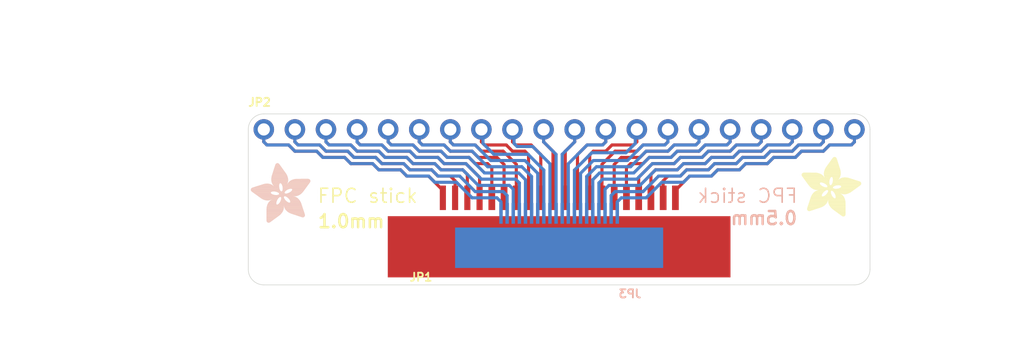
<source format=kicad_pcb>
(kicad_pcb (version 20221018) (generator pcbnew)
  (layers (0 "F.Cu" signal) (31 "B.Cu" signal) (34 "B.Paste" user) (35 "F.Paste" user) (36 "B.SilkS" user "B.Silkscreen") (37 "F.SilkS" user "F.Silkscreen") (38 "B.Mask" user) (39 "F.Mask" user) (44 "Edge.Cuts" user))
  (net 0 "")
  (net 1 "N$1")
  (net 2 "N$2")
  (net 3 "N$3")
  (net 4 "N$4")
  (net 5 "N$5")
  (net 6 "N$6")
  (net 7 "N$7")
  (net 8 "N$8")
  (net 9 "N$9")
  (net 10 "N$10")
  (net 11 "N$11")
  (net 12 "N$12")
  (net 13 "N$13")
  (net 14 "N$14")
  (net 15 "N$15")
  (net 16 "N$16")
  (net 17 "N$17")
  (net 18 "N$18")
  (net 19 "N$19")
  (net 20 "N$20")
  (footprint "working:1X20_ROUND" (layer "F.Cu") (at 148.5011 99.2886)
    (fp_text reference "JP2" (at -25.4762 -1.8288) (layer "F.SilkS") (effects (font (size 0.666496 0.666496) (thickness 0.146304)) (justify left bottom)))
    (fp_text value "")
    (pad "1" thru_hole circle (at -24.13 0 90) (size 1.6764 1.6764) (drill 1) (layers "*.Cu" "*.Mask") (net 1 "N$1"))
    (pad "2" thru_hole circle (at -21.59 0 90) (size 1.6764 1.6764) (drill 1) (layers "*.Cu" "*.Mask") (net 2 "N$2"))
    (pad "3" thru_hole circle (at -19.05 0 90) (size 1.6764 1.6764) (drill 1) (layers "*.Cu" "*.Mask") (net 3 "N$3"))
    (pad "4" thru_hole circle (at -16.51 0 90) (size 1.6764 1.6764) (drill 1) (layers "*.Cu" "*.Mask") (net 4 "N$4"))
    (pad "5" thru_hole circle (at -13.97 0 90) (size 1.6764 1.6764) (drill 1) (layers "*.Cu" "*.Mask") (net 5 "N$5"))
    (pad "6" thru_hole circle (at -11.43 0 90) (size 1.6764 1.6764) (drill 1) (layers "*.Cu" "*.Mask") (net 6 "N$6"))
    (pad "7" thru_hole circle (at -8.89 0 90) (size 1.6764 1.6764) (drill 1) (layers "*.Cu" "*.Mask") (net 7 "N$7"))
    (pad "8" thru_hole circle (at -6.35 0 90) (size 1.6764 1.6764) (drill 1) (layers "*.Cu" "*.Mask") (net 8 "N$8"))
    (pad "9" thru_hole circle (at -3.81 0 90) (size 1.6764 1.6764) (drill 1) (layers "*.Cu" "*.Mask") (net 9 "N$9"))
    (pad "10" thru_hole circle (at -1.27 0 90) (size 1.6764 1.6764) (drill 1) (layers "*.Cu" "*.Mask") (net 10 "N$10"))
    (pad "11" thru_hole circle (at 1.27 0 90) (size 1.6764 1.6764) (drill 1) (layers "*.Cu" "*.Mask") (net 11 "N$11"))
    (pad "12" thru_hole circle (at 3.81 0 90) (size 1.6764 1.6764) (drill 1) (layers "*.Cu" "*.Mask") (net 12 "N$12"))
    (pad "13" thru_hole circle (at 6.35 0 90) (size 1.6764 1.6764) (drill 1) (layers "*.Cu" "*.Mask") (net 13 "N$13"))
    (pad "14" thru_hole circle (at 8.89 0 90) (size 1.6764 1.6764) (drill 1) (layers "*.Cu" "*.Mask") (net 14 "N$14"))
    (pad "15" thru_hole circle (at 11.43 0 90) (size 1.6764 1.6764) (drill 1) (layers "*.Cu" "*.Mask") (net 15 "N$15"))
    (pad "16" thru_hole circle (at 13.97 0 90) (size 1.6764 1.6764) (drill 1) (layers "*.Cu" "*.Mask") (net 16 "N$16"))
    (pad "17" thru_hole circle (at 16.51 0 90) (size 1.6764 1.6764) (drill 1) (layers "*.Cu" "*.Mask") (net 17 "N$17"))
    (pad "18" thru_hole circle (at 19.05 0 90) (size 1.6764 1.6764) (drill 1) (layers "*.Cu" "*.Mask") (net 18 "N$18"))
    (pad "19" thru_hole circle (at 21.59 0 90) (size 1.6764 1.6764) (drill 1) (layers "*.Cu" "*.Mask") (net 19 "N$19"))
    (pad "20" thru_hole circle (at 24.13 0 90) (size 1.6764 1.6764) (drill 1) (layers "*.Cu" "*.Mask") (net 20 "N$20"))
  )
  (footprint "working:FPC_GENERIC_1.0MM_20PIN" (layer "F.Cu") (at 148.5011 104.8766)
    (fp_text reference "JP1" (at -12.286 6.873) (layer "F.SilkS") (effects (font (size 0.666496 0.666496) (thickness 0.146304)) (justify left bottom)))
    (fp_text value "")
    (pad "P$1" smd rect (at -9.5 0) (size 0.5 2) (layers "F.Cu" "F.Paste" "F.Mask") (net 1 "N$1"))
    (pad "P$2" smd rect (at -8.5 0) (size 0.5 2) (layers "F.Cu" "F.Paste" "F.Mask") (net 2 "N$2"))
    (pad "P$3" smd rect (at -7.5 0) (size 0.5 2) (layers "F.Cu" "F.Paste" "F.Mask") (net 3 "N$3"))
    (pad "P$4" smd rect (at -6.5 0) (size 0.5 2) (layers "F.Cu" "F.Paste" "F.Mask") (net 4 "N$4"))
    (pad "P$5" smd rect (at -5.5 0) (size 0.55 2) (layers "F.Cu" "F.Paste" "F.Mask") (net 5 "N$5"))
    (pad "P$6" smd rect (at -4.5 0) (size 0.55 2) (layers "F.Cu" "F.Paste" "F.Mask") (net 6 "N$6"))
    (pad "P$7" smd rect (at -3.5 0) (size 0.55 2) (layers "F.Cu" "F.Paste" "F.Mask") (net 7 "N$7"))
    (pad "P$8" smd rect (at -2.5 0) (size 0.55 2) (layers "F.Cu" "F.Paste" "F.Mask") (net 8 "N$8"))
    (pad "P$9" smd rect (at -1.5 0) (size 0.55 2) (layers "F.Cu" "F.Paste" "F.Mask") (net 9 "N$9"))
    (pad "P$10" smd rect (at -0.5 0) (size 0.55 2) (layers "F.Cu" "F.Paste" "F.Mask") (net 10 "N$10"))
    (pad "P$11" smd rect (at 0.5 0) (size 0.55 2) (layers "F.Cu" "F.Paste" "F.Mask") (net 11 "N$11"))
    (pad "P$12" smd rect (at 1.5 0) (size 0.55 2) (layers "F.Cu" "F.Paste" "F.Mask") (net 12 "N$12"))
    (pad "P$13" smd rect (at 2.5 0) (size 0.55 2) (layers "F.Cu" "F.Paste" "F.Mask") (net 13 "N$13"))
    (pad "P$14" smd rect (at 3.5 0) (size 0.55 2) (layers "F.Cu" "F.Paste" "F.Mask") (net 14 "N$14"))
    (pad "P$15" smd rect (at 4.5 0) (size 0.55 2) (layers "F.Cu" "F.Paste" "F.Mask") (net 15 "N$15"))
    (pad "P$16" smd rect (at 5.5 0) (size 0.55 2) (layers "F.Cu" "F.Paste" "F.Mask") (net 16 "N$16"))
    (pad "P$17" smd rect (at 6.5 0) (size 0.55 2) (layers "F.Cu" "F.Paste" "F.Mask") (net 17 "N$17"))
    (pad "P$18" smd rect (at 7.5 0) (size 0.55 2) (layers "F.Cu" "F.Paste" "F.Mask") (net 18 "N$18"))
    (pad "P$19" smd rect (at 8.5 0) (size 0.55 2) (layers "F.Cu" "F.Paste" "F.Mask") (net 19 "N$19"))
    (pad "P$20" smd rect (at 9.5 0) (size 0.55 2) (layers "F.Cu" "F.Paste" "F.Mask") (net 20 "N$20"))
    (pad "SUPPORT" smd rect (at 0 4) (size 28 5) (layers "F.Cu" "F.Paste" "F.Mask"))
  )
  (footprint "" (layer "F.Cu") (at 125.6411 109.4486)
    (fp_text reference "@HOLE0" hide)
    (fp_text value "" (at 0 0) (layer "F.SilkS") (effects (font (size 1.27 1.27))))
    (pad "" np_thru_hole circle (at 0 0) (size 3.2 3.2) (drill 3.2) (layers "*.Cu" "*.Mask"))
  )
  (footprint "working:ADAFRUIT_5MM" (layer "F.Cu") (at 168.3131 106.4006)
    (fp_text reference "U$2" hide)
    (fp_text value "" hide)
  )
  (footprint "" (layer "F.Cu") (at 171.3611 109.4486)
    (fp_text reference "@HOLE1" hide)
    (fp_text value "" (at 0 0) (layer "F.SilkS") (effects (font (size 1.27 1.27))))
    (pad "" np_thru_hole circle (at 0 0) (size 3.2 3.2) (drill 3.2) (layers "*.Cu" "*.Mask"))
  )
  (footprint "working:FPC_GENERIC_0.5MM_20PIN" (layer "B.Cu") (at 148.5011 109.9566 180)
    (fp_text reference "JP3" (at -4.786 -2.373) (layer "B.SilkS") (effects (font (size 0.666496 0.666496) (thickness 0.146304)) (justify right top mirror)))
    (fp_text value "")
    (pad "P$1" smd rect (at 4.75 3.81) (size 0.28 1.7) (layers "B.Cu" "B.Paste" "B.Mask") (net 1 "N$1"))
    (pad "P$2" smd rect (at 4.25 3.81) (size 0.28 1.7) (layers "B.Cu" "B.Paste" "B.Mask") (net 2 "N$2"))
    (pad "P$3" smd rect (at 3.75 3.81) (size 0.28 1.7) (layers "B.Cu" "B.Paste" "B.Mask") (net 3 "N$3"))
    (pad "P$4" smd rect (at 3.25 3.81) (size 0.28 1.7) (layers "B.Cu" "B.Paste" "B.Mask") (net 4 "N$4"))
    (pad "P$5" smd rect (at 2.75 3.81) (size 0.28 1.7) (layers "B.Cu" "B.Paste" "B.Mask") (net 5 "N$5"))
    (pad "P$6" smd rect (at 2.25 3.81) (size 0.28 1.7) (layers "B.Cu" "B.Paste" "B.Mask") (net 6 "N$6"))
    (pad "P$7" smd rect (at 1.75 3.81) (size 0.28 1.7) (layers "B.Cu" "B.Paste" "B.Mask") (net 7 "N$7"))
    (pad "P$8" smd rect (at 1.25 3.81) (size 0.28 1.7) (layers "B.Cu" "B.Paste" "B.Mask") (net 8 "N$8"))
    (pad "P$9" smd rect (at 0.75 3.81) (size 0.28 1.7) (layers "B.Cu" "B.Paste" "B.Mask") (net 9 "N$9"))
    (pad "P$10" smd rect (at 0.25 3.81) (size 0.28 1.7) (layers "B.Cu" "B.Paste" "B.Mask") (net 10 "N$10"))
    (pad "P$11" smd rect (at -0.25 3.81) (size 0.28 1.7) (layers "B.Cu" "B.Paste" "B.Mask") (net 11 "N$11"))
    (pad "P$12" smd rect (at -0.75 3.81) (size 0.28 1.7) (layers "B.Cu" "B.Paste" "B.Mask") (net 12 "N$12"))
    (pad "P$13" smd rect (at -1.25 3.81) (size 0.28 1.7) (layers "B.Cu" "B.Paste" "B.Mask") (net 13 "N$13"))
    (pad "P$14" smd rect (at -1.75 3.81) (size 0.28 1.7) (layers "B.Cu" "B.Paste" "B.Mask") (net 14 "N$14"))
    (pad "P$15" smd rect (at -2.25 3.81) (size 0.28 1.7) (layers "B.Cu" "B.Paste" "B.Mask") (net 15 "N$15"))
    (pad "P$16" smd rect (at -2.75 3.81) (size 0.28 1.7) (layers "B.Cu" "B.Paste" "B.Mask") (net 16 "N$16"))
    (pad "P$17" smd rect (at -3.25 3.81) (size 0.28 1.7) (layers "B.Cu" "B.Paste" "B.Mask") (net 17 "N$17"))
    (pad "P$18" smd rect (at -3.75 3.81) (size 0.28 1.7) (layers "B.Cu" "B.Paste" "B.Mask") (net 18 "N$18"))
    (pad "P$19" smd rect (at -4.25 3.81) (size 0.28 1.7) (layers "B.Cu" "B.Paste" "B.Mask") (net 19 "N$19"))
    (pad "P$20" smd rect (at -4.75 3.81) (size 0.28 1.7) (layers "B.Cu" "B.Paste" "B.Mask") (net 20 "N$20"))
    (pad "SUPPORT" smd rect (at 0 1) (size 17 3.3) (layers "B.Cu" "B.Paste" "B.Mask"))
  )
  (footprint "working:ADAFRUIT_5MM" (layer "B.Cu") (at 128.1811 106.9086 180)
    (fp_text reference "U$3" hide)
    (fp_text value "" hide)
  )
  (gr_arc (start 123.1011 99.2886) (mid 123.473074 98.390574) (end 124.3711 98.0186) (stroke (width 0.05)) (layer "Edge.Cuts"))
  (gr_line (start 123.1011 99.2886) (end 123.1011 110.7186) (stroke (width 0.05)) (layer "Edge.Cuts"))
  (gr_arc (start 124.3711 111.9886) (mid 123.473074 111.616626) (end 123.1011 110.7186) (stroke (width 0.05)) (layer "Edge.Cuts"))
  (gr_line (start 173.9011 110.7186) (end 173.9011 99.2886) (stroke (width 0.05)) (layer "Edge.Cuts"))
  (gr_line (start 172.6311 98.0186) (end 124.3711 98.0186) (stroke (width 0.05)) (layer "Edge.Cuts"))
  (gr_line (start 124.3711 111.9886) (end 172.6311 111.9886) (stroke (width 0.05)) (layer "Edge.Cuts"))
  (gr_arc (start 173.9011 110.7186) (mid 173.529126 111.616626) (end 172.6311 111.9886) (stroke (width 0.05)) (layer "Edge.Cuts"))
  (gr_arc (start 172.6311 98.0186) (mid 173.529126 98.390574) (end 173.9011 99.2886) (stroke (width 0.05)) (layer "Edge.Cuts"))
  (gr_text "0.5mm" (at 168.0591 107.1626) (layer "B.SilkS") (effects (font (size 1.0668 1.0668) (thickness 0.2032)) (justify left bottom mirror)))
  (gr_text "FPC stick" (at 168.0591 105.3846) (layer "B.SilkS") (effects (font (size 1.143 1.143) (thickness 0.127)) (justify left bottom mirror)))
  (gr_text "1.0mm" (at 128.6891 107.4166) (layer "F.SilkS") (effects (font (size 1.0668 1.0668) (thickness 0.2032)) (justify left bottom)))
  (gr_text "FPC stick" (at 128.6891 105.3846) (layer "F.SilkS") (effects (font (size 1.143 1.143) (thickness 0.127)) (justify left bottom)))
  (segment (start 133.7691 102.5906) (end 133.2611 102.0826) (width 0.254) (layer "F.Cu") (net 1))
  (segment (start 137.8331 103.0986) (end 136.0551 103.0986) (width 0.254) (layer "F.Cu") (net 1))
  (segment (start 136.0551 103.0986) (end 135.5471 102.5906) (width 0.254) (layer "F.Cu") (net 1))
  (segment (start 124.6251 100.5586) (end 124.3711 100.3046) (width 0.254) (layer "F.Cu") (net 1))
  (segment (start 124.3711 100.3046) (end 124.3711 99.2886) (width 0.254) (layer "F.Cu") (net 1))
  (segment (start 130.9751 101.5746) (end 129.1971 101.5746) (width 0.254) (layer "F.Cu") (net 1))
  (segment (start 139.0011 104.8766) (end 139.0011 104.2666) (width 0.254) (layer "F.Cu") (net 1))
  (segment (start 129.1971 101.5746) (end 128.6891 101.0666) (width 0.254) (layer "F.Cu") (net 1))
  (segment (start 126.9111 101.0666) (end 126.4031 100.5586) (width 0.254) (layer "F.Cu") (net 1))
  (segment (start 139.0011 104.2666) (end 137.8331 103.0986) (width 0.254) (layer "F.Cu") (net 1))
  (segment (start 135.5471 102.5906) (end 133.7691 102.5906) (width 0.254) (layer "F.Cu") (net 1))
  (segment (start 133.2611 102.0826) (end 131.4831 102.0826) (width 0.254) (layer "F.Cu") (net 1))
  (segment (start 128.6891 101.0666) (end 126.9111 101.0666) (width 0.254) (layer "F.Cu") (net 1))
  (segment (start 131.4831 102.0826) (end 130.9751 101.5746) (width 0.254) (layer "F.Cu") (net 1))
  (segment (start 126.4031 100.5586) (end 124.6251 100.5586) (width 0.254) (layer "F.Cu") (net 1))
  (segment (start 130.9751 101.5746) (end 129.1971 101.5746) (width 0.254) (layer "B.Cu") (net 1))
  (segment (start 124.3711 100.3046) (end 124.3711 99.2886) (width 0.254) (layer "B.Cu") (net 1))
  (segment (start 124.6251 100.5586) (end 124.3711 100.3046) (width 0.254) (layer "B.Cu") (net 1))
  (segment (start 143.7511 105.2066) (end 143.4211 104.8766) (width 0.254) (layer "B.Cu") (net 1))
  (segment (start 135.5471 102.5906) (end 133.7691 102.5906) (width 0.254) (layer "B.Cu") (net 1))
  (segment (start 129.1971 101.5746) (end 128.6891 101.0666) (width 0.254) (layer "B.Cu") (net 1))
  (segment (start 143.7511 106.1466) (end 143.7511 105.2066) (width 0.254) (layer "B.Cu") (net 1))
  (segment (start 143.4211 104.8766) (end 141.3891 104.8766) (width 0.254) (layer "B.Cu") (net 1))
  (segment (start 140.1191 103.6066) (end 138.3411 103.6066) (width 0.254) (layer "B.Cu") (net 1))
  (segment (start 126.9111 101.0666) (end 126.4031 100.5586) (width 0.254) (layer "B.Cu") (net 1))
  (segment (start 131.4831 102.0826) (end 130.9751 101.5746) (width 0.254) (layer "B.Cu") (net 1))
  (segment (start 137.8331 103.0986) (end 136.0551 103.0986) (width 0.254) (layer "B.Cu") (net 1))
  (segment (start 138.3411 103.6066) (end 137.8331 103.0986) (width 0.254) (layer "B.Cu") (net 1))
  (segment (start 141.3891 104.8766) (end 140.1191 103.6066) (width 0.254) (layer "B.Cu") (net 1))
  (segment (start 136.0551 103.0986) (end 135.5471 102.5906) (width 0.254) (layer "B.Cu") (net 1))
  (segment (start 126.4031 100.5586) (end 124.6251 100.5586) (width 0.254) (layer "B.Cu") (net 1))
  (segment (start 133.2611 102.0826) (end 131.4831 102.0826) (width 0.254) (layer "B.Cu") (net 1))
  (segment (start 128.6891 101.0666) (end 126.9111 101.0666) (width 0.254) (layer "B.Cu") (net 1))
  (segment (start 133.7691 102.5906) (end 133.2611 102.0826) (width 0.254) (layer "B.Cu") (net 1))
  (segment (start 129.4511 101.0666) (end 128.9431 100.5586) (width 0.254) (layer "F.Cu") (net 2))
  (segment (start 131.2291 101.0666) (end 129.4511 101.0666) (width 0.254) (layer "F.Cu") (net 2))
  (segment (start 138.0871 102.5906) (end 136.3091 102.5906) (width 0.254) (layer "F.Cu") (net 2))
  (segment (start 133.5151 101.5746) (end 131.7371 101.5746) (width 0.254) (layer "F.Cu") (net 2))
  (segment (start 134.0231 102.0826) (end 133.5151 101.5746) (width 0.254) (layer "F.Cu") (net 2))
  (segment (start 138.5951 103.0986) (end 138.0871 102.5906) (width 0.254) (layer "F.Cu") (net 2))
  (segment (start 135.8011 102.0826) (end 134.0231 102.0826) (width 0.254) (layer "F.Cu") (net 2))
  (segment (start 128.9431 100.5586) (end 127.1651 100.5586) (width 0.254) (layer "F.Cu") (net 2))
  (segment (start 136.3091 102.5906) (end 135.8011 102.0826) (width 0.254) (layer "F.Cu") (net 2))
  (segment (start 127.1651 100.5586) (end 126.9111 100.3046) (width 0.254) (layer "F.Cu") (net 2))
  (segment (start 140.0011 103.4886) (end 139.6111 103.0986) (width 0.254) (layer "F.Cu") (net 2))
  (segment (start 139.6111 103.0986) (end 138.5951 103.0986) (width 0.254) (layer "F.Cu") (net 2))
  (segment (start 131.7371 101.5746) (end 131.2291 101.0666) (width 0.254) (layer "F.Cu") (net 2))
  (segment (start 140.0011 104.8766) (end 140.0011 103.4886) (width 0.254) (layer "F.Cu") (net 2))
  (segment (start 126.9111 100.3046) (end 126.9111 99.2886) (width 0.254) (layer "F.Cu") (net 2))
  (segment (start 127.1651 100.5586) (end 126.9111 100.3046) (width 0.254) (layer "B.Cu") (net 2))
  (segment (start 129.4511 101.0666) (end 128.9431 100.5586) (width 0.254) (layer "B.Cu") (net 2))
  (segment (start 144.2511 106.1466) (end 144.2511 104.6906) (width 0.254) (layer "B.Cu") (net 2))
  (segment (start 144.2511 104.6906) (end 143.9291 104.3686) (width 0.254) (layer "B.Cu") (net 2))
  (segment (start 131.7371 101.5746) (end 131.2291 101.0666) (width 0.254) (layer "B.Cu") (net 2))
  (segment (start 138.5951 103.0986) (end 138.0871 102.5906) (width 0.254) (layer "B.Cu") (net 2))
  (segment (start 136.3091 102.5906) (end 135.8011 102.0826) (width 0.254) (layer "B.Cu") (net 2))
  (segment (start 128.9431 100.5586) (end 127.1651 100.5586) (width 0.254) (layer "B.Cu") (net 2))
  (segment (start 138.0871 102.5906) (end 136.3091 102.5906) (width 0.254) (layer "B.Cu") (net 2))
  (segment (start 126.9111 100.3046) (end 126.9111 99.2886) (width 0.254) (layer "B.Cu") (net 2))
  (segment (start 135.8011 102.0826) (end 134.0231 102.0826) (width 0.254) (layer "B.Cu") (net 2))
  (segment (start 141.6431 104.3686) (end 140.3731 103.0986) (width 0.254) (layer "B.Cu") (net 2))
  (segment (start 131.2291 101.0666) (end 129.4511 101.0666) (width 0.254) (layer "B.Cu") (net 2))
  (segment (start 140.3731 103.0986) (end 138.5951 103.0986) (width 0.254) (layer "B.Cu") (net 2))
  (segment (start 133.5151 101.5746) (end 131.7371 101.5746) (width 0.254) (layer "B.Cu") (net 2))
  (segment (start 143.9291 104.3686) (end 141.6431 104.3686) (width 0.254) (layer "B.Cu") (net 2))
  (segment (start 134.0231 102.0826) (end 133.5151 101.5746) (width 0.254) (layer "B.Cu") (net 2))
  (segment (start 141.0011 102.9646) (end 140.6271 102.5906) (width 0.254) (layer "F.Cu") (net 3))
  (segment (start 136.5631 102.0826) (end 136.0551 101.5746) (width 0.254) (layer "F.Cu") (net 3))
  (segment (start 134.2771 101.5746) (end 133.7691 101.0666) (width 0.254) (layer "F.Cu") (net 3))
  (segment (start 138.8491 102.5906) (end 138.3411 102.0826) (width 0.254) (layer "F.Cu") (net 3))
  (segment (start 140.6271 102.5906) (end 138.8491 102.5906) (width 0.254) (layer "F.Cu") (net 3))
  (segment (start 136.0551 101.5746) (end 134.2771 101.5746) (width 0.254) (layer "F.Cu") (net 3))
  (segment (start 129.4511 100.3046) (end 129.4511 99.2886) (width 0.254) (layer "F.Cu") (net 3))
  (segment (start 133.7691 101.0666) (end 131.9911 101.0666) (width 0.254) (layer "F.Cu") (net 3))
  (segment (start 129.7051 100.5586) (end 129.4511 100.3046) (width 0.254) (layer "F.Cu") (net 3))
  (segment (start 141.0011 104.8766) (end 141.0011 102.9646) (width 0.254) (layer "F.Cu") (net 3))
  (segment (start 131.4831 100.5586) (end 129.7051 100.5586) (width 0.254) (layer "F.Cu") (net 3))
  (segment (start 131.9911 101.0666) (end 131.4831 100.5586) (width 0.254) (layer "F.Cu") (net 3))
  (segment (start 138.3411 102.0826) (end 136.5631 102.0826) (width 0.254) (layer "F.Cu") (net 3))
  (segment (start 138.3411 102.0826) (end 136.5631 102.0826) (width 0.254) (layer "B.Cu") (net 3))
  (segment (start 129.7051 100.5586) (end 129.4511 100.3046) (width 0.254) (layer "B.Cu") (net 3))
  (segment (start 131.9911 101.0666) (end 131.4831 100.5586) (width 0.254) (layer "B.Cu") (net 3))
  (segment (start 129.4511 100.3046) (end 129.4511 99.2886) (width 0.254) (layer "B.Cu") (net 3))
  (segment (start 131.4831 100.5586) (end 129.7051 100.5586) (width 0.254) (layer "B.Cu") (net 3))
  (segment (start 140.6271 102.5906) (end 138.8491 102.5906) (width 0.254) (layer "B.Cu") (net 3))
  (segment (start 136.5631 102.0826) (end 136.0551 101.5746) (width 0.254) (layer "B.Cu") (net 3))
  (segment (start 144.7511 106.1466) (end 144.7511 104.1746) (width 0.254) (layer "B.Cu") (net 3))
  (segment (start 138.8491 102.5906) (end 138.3411 102.0826) (width 0.254) (layer "B.Cu") (net 3))
  (segment (start 134.2771 101.5746) (end 133.7691 101.0666) (width 0.254) (layer "B.Cu") (net 3))
  (segment (start 141.8971 103.8606) (end 140.6271 102.5906) (width 0.254) (layer "B.Cu") (net 3))
  (segment (start 144.4371 103.8606) (end 141.8971 103.8606) (width 0.254) (layer "B.Cu") (net 3))
  (segment (start 144.7511 104.1746) (end 144.4371 103.8606) (width 0.254) (layer "B.Cu") (net 3))
  (segment (start 133.7691 101.0666) (end 131.9911 101.0666) (width 0.254) (layer "B.Cu") (net 3))
  (segment (start 136.0551 101.5746) (end 134.2771 101.5746) (width 0.254) (layer "B.Cu") (net 3))
  (segment (start 134.0231 100.5586) (end 132.2451 100.5586) (width 0.254) (layer "F.Cu") (net 4))
  (segment (start 142.0011 104.8766) (end 142.0011 103.2026) (width 0.254) (layer "F.Cu") (net 4))
  (segment (start 136.3091 101.0666) (end 134.5311 101.0666) (width 0.254) (layer "F.Cu") (net 4))
  (segment (start 139.1031 102.0826) (end 138.5951 101.5746) (width 0.254) (layer "F.Cu") (net 4))
  (segment (start 138.5951 101.5746) (end 136.8171 101.5746) (width 0.254) (layer "F.Cu") (net 4))
  (segment (start 140.8811 102.0826) (end 139.1031 102.0826) (width 0.254) (layer "F.Cu") (net 4))
  (segment (start 131.9911 100.3046) (end 131.9911 99.2886) (width 0.254) (layer "F.Cu") (net 4))
  (segment (start 142.0011 103.2026) (end 140.8811 102.0826) (width 0.254) (layer "F.Cu") (net 4))
  (segment (start 136.8171 101.5746) (end 136.3091 101.0666) (width 0.254) (layer "F.Cu") (net 4))
  (segment (start 132.2451 100.5586) (end 131.9911 100.3046) (width 0.254) (layer "F.Cu") (net 4))
  (segment (start 134.5311 101.0666) (end 134.0231 100.5586) (width 0.254) (layer "F.Cu") (net 4))
  (segment (start 139.1031 102.0826) (end 138.5951 101.5746) (width 0.254) (layer "B.Cu") (net 4))
  (segment (start 142.1511 103.3526) (end 140.8811 102.0826) (width 0.254) (layer "B.Cu") (net 4))
  (segment (start 136.3091 101.0666) (end 134.5311 101.0666) (width 0.254) (layer "B.Cu") (net 4))
  (segment (start 134.0231 100.5586) (end 132.2451 100.5586) (width 0.254) (layer "B.Cu") (net 4))
  (segment (start 144.9451 103.3526) (end 142.1511 103.3526) (width 0.254) (layer "B.Cu") (net 4))
  (segment (start 145.2511 103.6586) (end 144.9451 103.3526) (width 0.254) (layer "B.Cu") (net 4))
  (segment (start 145.2511 106.1466) (end 145.2511 103.6586) (width 0.254) (layer "B.Cu") (net 4))
  (segment (start 138.5951 101.5746) (end 136.8171 101.5746) (width 0.254) (layer "B.Cu") (net 4))
  (segment (start 140.8811 102.0826) (end 139.1031 102.0826) (width 0.254) (layer "B.Cu") (net 4))
  (segment (start 131.9911 100.3046) (end 131.9911 99.2886) (width 0.254) (layer "B.Cu") (net 4))
  (segment (start 134.5311 101.0666) (end 134.0231 100.5586) (width 0.254) (layer "B.Cu") (net 4))
  (segment (start 132.2451 100.5586) (end 131.9911 100.3046) (width 0.254) (layer "B.Cu") (net 4))
  (segment (start 136.8171 101.5746) (end 136.3091 101.0666) (width 0.254) (layer "B.Cu") (net 4))
  (segment (start 139.3571 101.5746) (end 138.8491 101.0666) (width 0.254) (layer "F.Cu") (net 5))
  (segment (start 136.5631 100.5586) (end 134.7851 100.5586) (width 0.254) (layer "F.Cu") (net 5))
  (segment (start 138.8491 101.0666) (end 137.0711 101.0666) (width 0.254) (layer "F.Cu") (net 5))
  (segment (start 141.6431 102.0826) (end 141.1351 101.5746) (width 0.254) (layer "F.Cu") (net 5))
  (segment (start 143.0011 104.8766) (end 143.0011 102.4246) (width 0.254) (layer "F.Cu") (net 5))
  (segment (start 142.6591 102.0826) (end 141.6431 102.0826) (width 0.254) (layer "F.Cu") (net 5))
  (segment (start 134.7851 100.5586) (end 134.5311 100.3046) (width 0.254) (layer "F.Cu") (net 5))
  (segment (start 134.5311 100.3046) (end 134.5311 99.2886) (width 0.254) (layer "F.Cu") (net 5))
  (segment (start 137.0711 101.0666) (end 136.5631 100.5586) (width 0.254) (layer "F.Cu") (net 5))
  (segment (start 141.1351 101.5746) (end 139.3571 101.5746) (width 0.254) (layer "F.Cu") (net 5))
  (segment (start 143.0011 102.4246) (end 142.6591 102.0826) (width 0.254) (layer "F.Cu") (net 5))
  (segment (start 139.3571 101.5746) (end 138.8491 101.0666) (width 0.254) (layer "B.Cu") (net 5))
  (segment (start 138.8491 101.0666) (end 137.0711 101.0666) (width 0.254) (layer "B.Cu") (net 5))
  (segment (start 145.7511 106.1466) (end 145.7511 103.3966) (width 0.254) (layer "B.Cu") (net 5))
  (segment (start 145.7511 103.3966) (end 145.1991 102.8446) (width 0.254) (layer "B.Cu") (net 5))
  (segment (start 141.1351 101.5746) (end 139.3571 101.5746) (width 0.254) (layer "B.Cu") (net 5))
  (segment (start 134.7851 100.5586) (end 134.5311 100.3046) (width 0.254) (layer "B.Cu") (net 5))
  (segment (start 134.5311 100.3046) (end 134.5311 99.2886) (width 0.254) (layer "B.Cu") (net 5))
  (segment (start 145.1991 102.8446) (end 142.4051 102.8446) (width 0.254) (layer "B.Cu") (net 5))
  (segment (start 142.4051 102.8446) (end 141.1351 101.5746) (width 0.254) (layer "B.Cu") (net 5))
  (segment (start 137.0711 101.0666) (end 136.5631 100.5586) (width 0.254) (layer "B.Cu") (net 5))
  (segment (start 136.5631 100.5586) (end 134.7851 100.5586) (width 0.254) (layer "B.Cu") (net 5))
  (segment (start 143.4211 101.5746) (end 141.8971 101.5746) (width 0.254) (layer "F.Cu") (net 6))
  (segment (start 137.3251 100.5586) (end 137.0711 100.3046) (width 0.254) (layer "F.Cu") (net 6))
  (segment (start 144.0011 102.1546) (end 143.4211 101.5746) (width 0.254) (layer "F.Cu") (net 6))
  (segment (start 139.1031 100.5586) (end 137.3251 100.5586) (width 0.254) (layer "F.Cu") (net 6))
  (segment (start 141.3891 101.0666) (end 139.6111 101.0666) (width 0.254) (layer "F.Cu") (net 6))
  (segment (start 141.8971 101.5746) (end 141.3891 101.0666) (width 0.254) (layer "F.Cu") (net 6))
  (segment (start 137.0711 100.3046) (end 137.0711 99.2886) (width 0.254) (layer "F.Cu") (net 6))
  (segment (start 144.0011 104.8766) (end 144.0011 102.1546) (width 0.254) (layer "F.Cu") (net 6))
  (segment (start 139.6111 101.0666) (end 139.1031 100.5586) (width 0.254) (layer "F.Cu") (net 6))
  (segment (start 139.6111 101.0666) (end 139.1031 100.5586) (width 0.254) (layer "B.Cu") (net 6))
  (segment (start 139.1031 100.5586) (end 137.3251 100.5586) (width 0.254) (layer "B.Cu") (net 6))
  (segment (start 137.0711 100.3046) (end 137.0711 99.2886) (width 0.254) (layer "B.Cu") (net 6))
  (segment (start 146.2511 106.1466) (end 146.2511 103.1346) (width 0.254) (layer "B.Cu") (net 6))
  (segment (start 146.2511 103.1346) (end 145.4531 102.3366) (width 0.254) (layer "B.Cu") (net 6))
  (segment (start 145.4531 102.3366) (end 142.6591 102.3366) (width 0.254) (layer "B.Cu") (net 6))
  (segment (start 142.6591 102.3366) (end 141.3891 101.0666) (width 0.254) (layer "B.Cu") (net 6))
  (segment (start 141.3891 101.0666) (end 139.6111 101.0666) (width 0.254) (layer "B.Cu") (net 6))
  (segment (start 137.3251 100.5586) (end 137.0711 100.3046) (width 0.254) (layer "B.Cu") (net 6))
  (segment (start 145.0011 104.8766) (end 145.0011 102.1386) (width 0.254) (layer "F.Cu") (net 7))
  (segment (start 142.1511 101.0666) (end 141.6431 100.5586) (width 0.254) (layer "F.Cu") (net 7))
  (segment (start 139.6111 100.3046) (end 139.6111 99.2886) (width 0.254) (layer "F.Cu") (net 7))
  (segment (start 141.6431 100.5586) (end 139.8651 100.5586) (width 0.254) (layer "F.Cu") (net 7))
  (segment (start 139.8651 100.5586) (end 139.6111 100.3046) (width 0.254) (layer "F.Cu") (net 7))
  (segment (start 145.0011 102.1386) (end 143.9291 101.0666) (width 0.254) (layer "F.Cu") (net 7))
  (segment (start 143.9291 101.0666) (end 142.1511 101.0666) (width 0.254) (layer "F.Cu") (net 7))
  (segment (start 145.7071 101.8286) (end 142.9131 101.8286) (width 0.254) (layer "B.Cu") (net 7))
  (segment (start 141.6431 100.5586) (end 139.8651 100.5586) (width 0.254) (layer "B.Cu") (net 7))
  (segment (start 146.7511 102.8726) (end 145.7071 101.8286) (width 0.254) (layer "B.Cu") (net 7))
  (segment (start 146.7511 106.1466) (end 146.7511 102.8726) (width 0.254) (layer "B.Cu") (net 7))
  (segment (start 139.8651 100.5586) (end 139.6111 100.3046) (width 0.254) (layer "B.Cu") (net 7))
  (segment (start 139.6111 100.3046) (end 139.6111 99.2886) (width 0.254) (layer "B.Cu") (net 7))
  (segment (start 142.9131 101.8286) (end 141.6431 100.5586) (width 0.254) (layer "B.Cu") (net 7))
  (segment (start 146.0011 101.3606) (end 145.7071 101.0666) (width 0.254) (layer "F.Cu") (net 8))
  (segment (start 142.1511 100.3046) (end 142.1511 99.2886) (width 0.254) (layer "F.Cu") (net 8))
  (segment (start 146.0011 104.8766) (end 146.0011 101.3606) (width 0.254) (layer "F.Cu") (net 8))
  (segment (start 145.7071 101.0666) (end 144.6911 101.0666) (width 0.254) (layer "F.Cu") (net 8))
  (segment (start 142.4051 100.5586) (end 142.1511 100.3046) (width 0.254) (layer "F.Cu") (net 8))
  (segment (start 144.1831 100.5586) (end 142.4051 100.5586) (width 0.254) (layer "F.Cu") (net 8))
  (segment (start 144.6911 101.0666) (end 144.1831 100.5586) (width 0.254) (layer "F.Cu") (net 8))
  (segment (start 142.2781 99.4156) (end 142.1511 99.2886) (width 0.254) (layer "B.Cu") (net 8))
  (segment (start 145.9611 101.3206) (end 143.1671 101.3206) (width 0.254) (layer "B.Cu") (net 8))
  (segment (start 147.2511 106.1466) (end 147.2511 102.6106) (width 0.254) (layer "B.Cu") (net 8))
  (segment (start 143.1671 101.3206) (end 142.2781 100.4316) (width 0.254) (layer "B.Cu") (net 8))
  (segment (start 147.2511 102.6106) (end 145.9611 101.3206) (width 0.254) (layer "B.Cu") (net 8))
  (segment (start 142.2781 100.4316) (end 142.2781 99.4156) (width 0.254) (layer "B.Cu") (net 8))
  (segment (start 144.9451 100.5586) (end 144.6911 100.3046) (width 0.254) (layer "F.Cu") (net 9))
  (segment (start 147.0011 101.3446) (end 146.2151 100.5586) (width 0.254) (layer "F.Cu") (net 9))
  (segment (start 144.6911 100.3046) (end 144.6911 99.2886) (width 0.254) (layer "F.Cu") (net 9))
  (segment (start 147.0011 104.8766) (end 147.0011 101.3446) (width 0.254) (layer "F.Cu") (net 9))
  (segment (start 146.2151 100.5586) (end 144.9451 100.5586) (width 0.254) (layer "F.Cu") (net 9))
  (segment (start 146.3421 100.6856) (end 145.0721 100.6856) (width 0.254) (layer "B.Cu") (net 9))
  (segment (start 147.7511 102.0946) (end 146.3421 100.6856) (width 0.254) (layer "B.Cu") (net 9))
  (segment (start 145.0721 100.6856) (end 144.8181 100.4316) (width 0.254) (layer "B.Cu") (net 9))
  (segment (start 147.7511 106.1466) (end 147.7511 102.0946) (width 0.254) (layer "B.Cu") (net 9))
  (segment (start 144.8181 99.4156) (end 144.6911 99.2886) (width 0.254) (layer "B.Cu") (net 9))
  (segment (start 144.8181 100.4316) (end 144.8181 99.4156) (width 0.254) (layer "B.Cu") (net 9))
  (segment (start 148.0011 101.0746) (end 147.2311 100.3046) (width 0.254) (layer "F.Cu") (net 10))
  (segment (start 147.2311 100.3046) (end 147.2311 99.2886) (width 0.254) (layer "F.Cu") (net 10))
  (segment (start 148.0011 104.8766) (end 148.0011 101.0746) (width 0.254) (layer "F.Cu") (net 10))
  (segment (start 147.2311 100.3046) (end 147.2311 99.2886) (width 0.254) (layer "B.Cu") (net 10))
  (segment (start 148.2511 101.3246) (end 147.2311 100.3046) (width 0.254) (layer "B.Cu") (net 10))
  (segment (start 148.2511 106.1466) (end 148.2511 101.3246) (width 0.254) (layer "B.Cu") (net 10))
  (segment (start 149.7711 100.3046) (end 149.7711 99.2886) (width 0.254) (layer "F.Cu") (net 11))
  (segment (start 149.0011 101.0746) (end 149.7711 100.3046) (width 0.254) (layer "F.Cu") (net 11))
  (segment (start 149.0011 104.8766) (end 149.0011 101.0746) (width 0.254) (layer "F.Cu") (net 11))
  (segment (start 148.7511 106.1466) (end 148.7511 101.3246) (width 0.254) (layer "B.Cu") (net 11))
  (segment (start 148.7511 101.3246) (end 149.7711 100.3046) (width 0.254) (layer "B.Cu") (net 11))
  (segment (start 149.7711 100.3046) (end 149.7711 99.2886) (width 0.254) (layer "B.Cu") (net 11))
  (segment (start 150.0011 104.8766) (end 150.0011 101.3446) (width 0.254) (layer "F.Cu") (net 12))
  (segment (start 150.7871 100.5586) (end 152.0571 100.5586) (width 0.254) (layer "F.Cu") (net 12))
  (segment (start 152.0571 100.5586) (end 152.3111 100.3046) (width 0.254) (layer "F.Cu") (net 12))
  (segment (start 152.3111 100.3046) (end 152.3111 99.2886) (width 0.254) (layer "F.Cu") (net 12))
  (segment (start 150.0011 101.3446) (end 150.7871 100.5586) (width 0.254) (layer "F.Cu") (net 12))
  (segment (start 150.7871 100.5586) (end 152.0571 100.5586) (width 0.254) (layer "B.Cu") (net 12))
  (segment (start 152.3111 100.3046) (end 152.3111 99.2886) (width 0.254) (layer "B.Cu") (net 12))
  (segment (start 152.0571 100.5586) (end 152.3111 100.3046) (width 0.254) (layer "B.Cu") (net 12))
  (segment (start 149.2511 106.1466) (end 149.2511 102.0946) (width 0.254) (layer "B.Cu") (net 12))
  (segment (start 149.2511 102.0946) (end 150.7871 100.5586) (width 0.254) (layer "B.Cu") (net 12))
  (segment (start 154.8511 100.3046) (end 154.8511 99.2886) (width 0.254) (layer "F.Cu") (net 13))
  (segment (start 151.0011 104.8766) (end 151.0011 101.3606) (width 0.254) (layer "F.Cu") (net 13))
  (segment (start 154.5971 100.5586) (end 154.8511 100.3046) (width 0.254) (layer "F.Cu") (net 13))
  (segment (start 152.3111 101.0666) (end 152.8191 100.5586) (width 0.254) (layer "F.Cu") (net 13))
  (segment (start 151.2951 101.0666) (end 152.3111 101.0666) (width 0.254) (layer "F.Cu") (net 13))
  (segment (start 151.0011 101.3606) (end 151.2951 101.0666) (width 0.254) (layer "F.Cu") (net 13))
  (segment (start 152.8191 100.5586) (end 154.5971 100.5586) (width 0.254) (layer "F.Cu") (net 13))
  (segment (start 153.9621 101.1936) (end 154.7241 100.4316) (width 0.254) (layer "B.Cu") (net 13))
  (segment (start 149.7511 102.6106) (end 151.1681 101.1936) (width 0.254) (layer "B.Cu") (net 13))
  (segment (start 151.1681 101.1936) (end 153.9621 101.1936) (width 0.254) (layer "B.Cu") (net 13))
  (segment (start 154.7241 99.4156) (end 154.8511 99.2886) (width 0.254) (layer "B.Cu") (net 13))
  (segment (start 154.7241 100.4316) (end 154.7241 99.4156) (width 0.254) (layer "B.Cu") (net 13))
  (segment (start 149.7511 106.1466) (end 149.7511 102.6106) (width 0.254) (layer "B.Cu") (net 13))
  (segment (start 152.0011 102.1386) (end 153.0731 101.0666) (width 0.254) (layer "F.Cu") (net 14))
  (segment (start 157.3911 100.3046) (end 157.3911 99.2886) (width 0.254) (layer "F.Cu") (net 14))
  (segment (start 154.8511 101.0666) (end 155.3591 100.5586) (width 0.254) (layer "F.Cu") (net 14))
  (segment (start 155.3591 100.5586) (end 157.1371 100.5586) (width 0.254) (layer "F.Cu") (net 14))
  (segment (start 152.0011 104.8766) (end 152.0011 102.1386) (width 0.254) (layer "F.Cu") (net 14))
  (segment (start 153.0731 101.0666) (end 154.8511 101.0666) (width 0.254) (layer "F.Cu") (net 14))
  (segment (start 157.1371 100.5586) (end 157.3911 100.3046) (width 0.254) (layer "F.Cu") (net 14))
  (segment (start 155.3591 100.5586) (end 157.1371 100.5586) (width 0.254) (layer "B.Cu") (net 14))
  (segment (start 154.0891 101.8286) (end 155.3591 100.5586) (width 0.254) (layer "B.Cu") (net 14))
  (segment (start 150.2511 102.8726) (end 151.2951 101.8286) (width 0.254) (layer "B.Cu") (net 14))
  (segment (start 151.2951 101.8286) (end 154.0891 101.8286) (width 0.254) (layer "B.Cu") (net 14))
  (segment (start 157.3911 100.3046) (end 157.3911 99.2886) (width 0.254) (layer "B.Cu") (net 14))
  (segment (start 157.1371 100.5586) (end 157.3911 100.3046) (width 0.254) (layer "B.Cu") (net 14))
  (segment (start 150.2511 106.1466) (end 150.2511 102.8726) (width 0.254) (layer "B.Cu") (net 14))
  (segment (start 155.1051 101.5746) (end 155.6131 101.0666) (width 0.254) (layer "F.Cu") (net 15))
  (segment (start 159.9311 100.3046) (end 159.9311 99.2886) (width 0.254) (layer "F.Cu") (net 15))
  (segment (start 153.0011 104.8766) (end 153.0011 102.1546) (width 0.254) (layer "F.Cu") (net 15))
  (segment (start 153.5811 101.5746) (end 155.1051 101.5746) (width 0.254) (layer "F.Cu") (net 15))
  (segment (start 155.6131 101.0666) (end 157.3911 101.0666) (width 0.254) (layer "F.Cu") (net 15))
  (segment (start 157.3911 101.0666) (end 157.8991 100.5586) (width 0.254) (layer "F.Cu") (net 15))
  (segment (start 153.0011 102.1546) (end 153.5811 101.5746) (width 0.254) (layer "F.Cu") (net 15))
  (segment (start 159.6771 100.5586) (end 159.9311 100.3046) (width 0.254) (layer "F.Cu") (net 15))
  (segment (start 157.8991 100.5586) (end 159.6771 100.5586) (width 0.254) (layer "F.Cu") (net 15))
  (segment (start 159.9311 100.3046) (end 159.9311 99.2886) (width 0.254) (layer "B.Cu") (net 15))
  (segment (start 154.3431 102.3366) (end 155.6131 101.0666) (width 0.254) (layer "B.Cu") (net 15))
  (segment (start 150.7511 103.1346) (end 151.5491 102.3366) (width 0.254) (layer "B.Cu") (net 15))
  (segment (start 157.3911 101.0666) (end 157.8991 100.5586) (width 0.254) (layer "B.Cu") (net 15))
  (segment (start 150.7511 106.1466) (end 150.7511 103.1346) (width 0.254) (layer "B.Cu") (net 15))
  (segment (start 151.5491 102.3366) (end 154.3431 102.3366) (width 0.254) (layer "B.Cu") (net 15))
  (segment (start 155.6131 101.0666) (end 157.3911 101.0666) (width 0.254) (layer "B.Cu") (net 15))
  (segment (start 159.6771 100.5586) (end 159.9311 100.3046) (width 0.254) (layer "B.Cu") (net 15))
  (segment (start 157.8991 100.5586) (end 159.6771 100.5586) (width 0.254) (layer "B.Cu") (net 15))
  (segment (start 162.4711 100.3046) (end 162.4711 99.2886) (width 0.254) (layer "F.Cu") (net 16))
  (segment (start 162.2171 100.5586) (end 162.4711 100.3046) (width 0.254) (layer "F.Cu") (net 16))
  (segment (start 157.6451 101.5746) (end 158.1531 101.0666) (width 0.254) (layer "F.Cu") (net 16))
  (segment (start 158.1531 101.0666) (end 159.9311 101.0666) (width 0.254) (layer "F.Cu") (net 16))
  (segment (start 160.4391 100.5586) (end 162.2171 100.5586) (width 0.254) (layer "F.Cu") (net 16))
  (segment (start 154.3431 102.0826) (end 155.3591 102.0826) (width 0.254) (layer "F.Cu") (net 16))
  (segment (start 154.0011 102.4246) (end 154.3431 102.0826) (width 0.254) (layer "F.Cu") (net 16))
  (segment (start 159.9311 101.0666) (end 160.4391 100.5586) (width 0.254) (layer "F.Cu") (net 16))
  (segment (start 155.8671 101.5746) (end 157.6451 101.5746) (width 0.254) (layer "F.Cu") (net 16))
  (segment (start 154.0011 104.8766) (end 154.0011 102.4246) (width 0.254) (layer "F.Cu") (net 16))
  (segment (start 155.3591 102.0826) (end 155.8671 101.5746) (width 0.254) (layer "F.Cu") (net 16))
  (segment (start 151.8031 102.8446) (end 154.5971 102.8446) (width 0.254) (layer "B.Cu") (net 16))
  (segment (start 160.4391 100.5586) (end 162.2171 100.5586) (width 0.254) (layer "B.Cu") (net 16))
  (segment (start 154.5971 102.8446) (end 155.8671 101.5746) (width 0.254) (layer "B.Cu") (net 16))
  (segment (start 162.2171 100.5586) (end 162.4711 100.3046) (width 0.254) (layer "B.Cu") (net 16))
  (segment (start 155.8671 101.5746) (end 157.6451 101.5746) (width 0.254) (layer "B.Cu") (net 16))
  (segment (start 159.9311 101.0666) (end 160.4391 100.5586) (width 0.254) (layer "B.Cu") (net 16))
  (segment (start 162.4711 100.3046) (end 162.4711 99.2886) (width 0.254) (layer "B.Cu") (net 16))
  (segment (start 151.2511 106.1466) (end 151.2511 103.3966) (width 0.254) (layer "B.Cu") (net 16))
  (segment (start 157.6451 101.5746) (end 158.1531 101.0666) (width 0.254) (layer "B.Cu") (net 16))
  (segment (start 158.1531 101.0666) (end 159.9311 101.0666) (width 0.254) (layer "B.Cu") (net 16))
  (segment (start 151.2511 103.3966) (end 151.8031 102.8446) (width 0.254) (layer "B.Cu") (net 16))
  (segment (start 160.1851 101.5746) (end 160.6931 101.0666) (width 0.254) (layer "F.Cu") (net 17))
  (segment (start 158.4071 101.5746) (end 160.1851 101.5746) (width 0.254) (layer "F.Cu") (net 17))
  (segment (start 165.0111 100.3046) (end 165.0111 99.2886) (width 0.254) (layer "F.Cu") (net 17))
  (segment (start 155.0011 104.8766) (end 155.0011 103.2026) (width 0.254) (layer "F.Cu") (net 17))
  (segment (start 162.4711 101.0666) (end 162.9791 100.5586) (width 0.254) (layer "F.Cu") (net 17))
  (segment (start 160.6931 101.0666) (end 162.4711 101.0666) (width 0.254) (layer "F.Cu") (net 17))
  (segment (start 164.7571 100.5586) (end 165.0111 100.3046) (width 0.254) (layer "F.Cu") (net 17))
  (segment (start 155.0011 103.2026) (end 156.1211 102.0826) (width 0.254) (layer "F.Cu") (net 17))
  (segment (start 162.9791 100.5586) (end 164.7571 100.5586) (width 0.254) (layer "F.Cu") (net 17))
  (segment (start 157.8991 102.0826) (end 158.4071 101.5746) (width 0.254) (layer "F.Cu") (net 17))
  (segment (start 156.1211 102.0826) (end 157.8991 102.0826) (width 0.254) (layer "F.Cu") (net 17))
  (segment (start 158.4071 101.5746) (end 160.1851 101.5746) (width 0.254) (layer "B.Cu") (net 17))
  (segment (start 154.8511 103.3526) (end 156.1211 102.0826) (width 0.254) (layer "B.Cu") (net 17))
  (segment (start 160.6931 101.0666) (end 162.4711 101.0666) (width 0.254) (layer "B.Cu") (net 17))
  (segment (start 165.0111 100.3046) (end 165.0111 99.2886) (width 0.254) (layer "B.Cu") (net 17))
  (segment (start 152.0571 103.3526) (end 154.8511 103.3526) (width 0.254) (layer "B.Cu") (net 17))
  (segment (start 151.7511 106.1466) (end 151.7511 103.6586) (width 0.254) (layer "B.Cu") (net 17))
  (segment (start 160.1851 101.5746) (end 160.6931 101.0666) (width 0.254) (layer "B.Cu") (net 17))
  (segment (start 164.7571 100.5586) (end 165.0111 100.3046) (width 0.254) (layer "B.Cu") (net 17))
  (segment (start 162.4711 101.0666) (end 162.9791 100.5586) (width 0.254) (layer "B.Cu") (net 17))
  (segment (start 157.8991 102.0826) (end 158.4071 101.5746) (width 0.254) (layer "B.Cu") (net 17))
  (segment (start 156.1211 102.0826) (end 157.8991 102.0826) (width 0.254) (layer "B.Cu") (net 17))
  (segment (start 162.9791 100.5586) (end 164.7571 100.5586) (width 0.254) (layer "B.Cu") (net 17))
  (segment (start 151.7511 103.6586) (end 152.0571 103.3526) (width 0.254) (layer "B.Cu") (net 17))
  (segment (start 158.6611 102.0826) (end 160.4391 102.0826) (width 0.254) (layer "F.Cu") (net 18))
  (segment (start 163.2331 101.0666) (end 165.0111 101.0666) (width 0.254) (layer "F.Cu") (net 18))
  (segment (start 160.4391 102.0826) (end 160.9471 101.5746) (width 0.254) (layer "F.Cu") (net 18))
  (segment (start 156.0011 102.9646) (end 156.3751 102.5906) (width 0.254) (layer "F.Cu") (net 18))
  (segment (start 165.0111 101.0666) (end 165.5191 100.5586) (width 0.254) (layer "F.Cu") (net 18))
  (segment (start 167.5511 100.3046) (end 167.5511 99.2886) (width 0.254) (layer "F.Cu") (net 18))
  (segment (start 160.9471 101.5746) (end 162.7251 101.5746) (width 0.254) (layer "F.Cu") (net 18))
  (segment (start 162.7251 101.5746) (end 163.2331 101.0666) (width 0.254) (layer "F.Cu") (net 18))
  (segment (start 165.5191 100.5586) (end 167.2971 100.5586) (width 0.254) (layer "F.Cu") (net 18))
  (segment (start 167.2971 100.5586) (end 167.5511 100.3046) (width 0.254) (layer "F.Cu") (net 18))
  (segment (start 158.1531 102.5906) (end 158.6611 102.0826) (width 0.254) (layer "F.Cu") (net 18))
  (segment (start 156.3751 102.5906) (end 158.1531 102.5906) (width 0.254) (layer "F.Cu") (net 18))
  (segment (start 156.0011 104.8766) (end 156.0011 102.9646) (width 0.254) (layer "F.Cu") (net 18))
  (segment (start 152.2511 104.1746) (end 152.5651 103.8606) (width 0.254) (layer "B.Cu") (net 18))
  (segment (start 167.5511 100.3046) (end 167.5511 99.2886) (width 0.254) (layer "B.Cu") (net 18))
  (segment (start 163.2331 101.0666) (end 165.0111 101.0666) (width 0.254) (layer "B.Cu") (net 18))
  (segment (start 158.1531 102.5906) (end 158.6611 102.0826) (width 0.254) (layer "B.Cu") (net 18))
  (segment (start 160.4391 102.0826) (end 160.9471 101.5746) (width 0.254) (layer "B.Cu") (net 18))
  (segment (start 152.2511 106.1466) (end 152.2511 104.1746) (width 0.254) (layer "B.Cu") (net 18))
  (segment (start 155.1051 103.8606) (end 156.3751 102.5906) (width 0.254) (layer "B.Cu") (net 18))
  (segment (start 160.9471 101.5746) (end 162.7251 101.5746) (width 0.254) (layer "B.Cu") (net 18))
  (segment (start 158.6611 102.0826) (end 160.4391 102.0826) (width 0.254) (layer "B.Cu") (net 18))
  (segment (start 165.5191 100.5586) (end 167.2971 100.5586) (width 0.254) (layer "B.Cu") (net 18))
  (segment (start 162.7251 101.5746) (end 163.2331 101.0666) (width 0.254) (layer "B.Cu") (net 18))
  (segment (start 165.0111 101.0666) (end 165.5191 100.5586) (width 0.254) (layer "B.Cu") (net 18))
  (segment (start 152.5651 103.8606) (end 155.1051 103.8606) (width 0.254) (layer "B.Cu") (net 18))
  (segment (start 167.2971 100.5586) (end 167.5511 100.3046) (width 0.254) (layer "B.Cu") (net 18))
  (segment (start 156.3751 102.5906) (end 158.1531 102.5906) (width 0.254) (layer "B.Cu") (net 18))
  (segment (start 160.6931 102.5906) (end 161.2011 102.0826) (width 0.254) (layer "F.Cu") (net 19))
  (segment (start 168.0591 100.5586) (end 169.8371 100.5586) (width 0.254) (layer "F.Cu") (net 19))
  (segment (start 158.4071 103.0986) (end 158.9151 102.5906) (width 0.254) (layer "F.Cu") (net 19))
  (segment (start 169.8371 100.5586) (end 170.0911 100.3046) (width 0.254) (layer "F.Cu") (net 19))
  (segment (start 157.3911 103.0986) (end 158.4071 103.0986) (width 0.254) (layer "F.Cu") (net 19))
  (segment (start 161.2011 102.0826) (end 162.9791 102.0826) (width 0.254) (layer "F.Cu") (net 19))
  (segment (start 163.4871 101.5746) (end 165.2651 101.5746) (width 0.254) (layer "F.Cu") (net 19))
  (segment (start 170.0911 100.3046) (end 170.0911 99.2886) (width 0.254) (layer "F.Cu") (net 19))
  (segment (start 165.2651 101.5746) (end 165.7731 101.0666) (width 0.254) (layer "F.Cu") (net 19))
  (segment (start 167.5511 101.0666) (end 168.0591 100.5586) (width 0.254) (layer "F.Cu") (net 19))
  (segment (start 165.7731 101.0666) (end 167.5511 101.0666) (width 0.254) (layer "F.Cu") (net 19))
  (segment (start 157.0011 104.8766) (end 157.0011 103.4886) (width 0.254) (layer "F.Cu") (net 19))
  (segment (start 158.9151 102.5906) (end 160.6931 102.5906) (width 0.254) (layer "F.Cu") (net 19))
  (segment (start 162.9791 102.0826) (end 163.4871 101.5746) (width 0.254) (layer "F.Cu") (net 19))
  (segment (start 157.0011 103.4886) (end 157.3911 103.0986) (width 0.254) (layer "F.Cu") (net 19))
  (segment (start 167.5511 101.0666) (end 168.0591 100.5586) (width 0.254) (layer "B.Cu") (net 19))
  (segment (start 163.4871 101.5746) (end 165.2651 101.5746) (width 0.254) (layer "B.Cu") (net 19))
  (segment (start 158.9151 102.5906) (end 160.6931 102.5906) (width 0.254) (layer "B.Cu") (net 19))
  (segment (start 153.0731 104.3686) (end 155.3591 104.3686) (width 0.254) (layer "B.Cu") (net 19))
  (segment (start 165.7731 101.0666) (end 167.5511 101.0666) (width 0.254) (layer "B.Cu") (net 19))
  (segment (start 160.6931 102.5906) (end 161.2011 102.0826) (width 0.254) (layer "B.Cu") (net 19))
  (segment (start 156.6291 103.0986) (end 158.4071 103.0986) (width 0.254) (layer "B.Cu") (net 19))
  (segment (start 165.2651 101.5746) (end 165.7731 101.0666) (width 0.254) (layer "B.Cu") (net 19))
  (segment (start 152.7511 106.1466) (end 152.7511 104.6906) (width 0.254) (layer "B.Cu") (net 19))
  (segment (start 170.0911 100.3046) (end 170.0911 99.2886) (width 0.254) (layer "B.Cu") (net 19))
  (segment (start 168.0591 100.5586) (end 169.8371 100.5586) (width 0.254) (layer "B.Cu") (net 19))
  (segment (start 152.7511 104.6906) (end 153.0731 104.3686) (width 0.254) (layer "B.Cu") (net 19))
  (segment (start 169.8371 100.5586) (end 170.0911 100.3046) (width 0.254) (layer "B.Cu") (net 19))
  (segment (start 162.9791 102.0826) (end 163.4871 101.5746) (width 0.254) (layer "B.Cu") (net 19))
  (segment (start 158.4071 103.0986) (end 158.9151 102.5906) (width 0.254) (layer "B.Cu") (net 19))
  (segment (start 155.3591 104.3686) (end 156.6291 103.0986) (width 0.254) (layer "B.Cu") (net 19))
  (segment (start 161.2011 102.0826) (end 162.9791 102.0826) (width 0.254) (layer "B.Cu") (net 19))
  (segment (start 161.4551 102.5906) (end 163.2331 102.5906) (width 0.254) (layer "F.Cu") (net 20))
  (segment (start 167.8051 101.5746) (end 168.3131 101.0666) (width 0.254) (layer "F.Cu") (net 20))
  (segment (start 165.5191 102.0826) (end 166.0271 101.5746) (width 0.254) (layer "F.Cu") (net 20))
  (segment (start 159.1691 103.0986) (end 160.9471 103.0986) (width 0.254) (layer "F.Cu") (net 20))
  (segment (start 160.9471 103.0986) (end 161.4551 102.5906) (width 0.254) (layer "F.Cu") (net 20))
  (segment (start 158.0011 104.8766) (end 158.0011 104.2666) (width 0.254) (layer "F.Cu") (net 20))
  (segment (start 170.5991 100.5586) (end 172.3771 100.5586) (width 0.254) (layer "F.Cu") (net 20))
  (segment (start 170.0911 101.0666) (end 170.5991 100.5586) (width 0.254) (layer "F.Cu") (net 20))
  (segment (start 166.0271 101.5746) (end 167.8051 101.5746) (width 0.254) (layer "F.Cu") (net 20))
  (segment (start 158.0011 104.2666) (end 159.1691 103.0986) (width 0.254) (layer "F.Cu") (net 20))
  (segment (start 168.3131 101.0666) (end 170.0911 101.0666) (width 0.254) (layer "F.Cu") (net 20))
  (segment (start 172.3771 100.5586) (end 172.6311 100.3046) (width 0.254) (layer "F.Cu") (net 20))
  (segment (start 163.2331 102.5906) (end 163.7411 102.0826) (width 0.254) (layer "F.Cu") (net 20))
  (segment (start 163.7411 102.0826) (end 165.5191 102.0826) (width 0.254) (layer "F.Cu") (net 20))
  (segment (start 172.6311 100.3046) (end 172.6311 99.2886) (width 0.254) (layer "F.Cu") (net 20))
  (segment (start 163.2331 102.5906) (end 163.7411 102.0826) (width 0.254) (layer "B.Cu") (net 20))
  (segment (start 153.2511 106.1466) (end 153.2511 105.2066) (width 0.254) (layer "B.Cu") (net 20))
  (segment (start 159.1691 103.0986) (end 160.9471 103.0986) (width 0.254) (layer "B.Cu") (net 20))
  (segment (start 172.3771 100.5586) (end 172.6311 100.3046) (width 0.254) (layer "B.Cu") (net 20))
  (segment (start 160.9471 103.0986) (end 161.4551 102.5906) (width 0.254) (layer "B.Cu") (net 20))
  (segment (start 167.8051 101.5746) (end 168.3131 101.0666) (width 0.254) (layer "B.Cu") (net 20))
  (segment (start 158.6611 103.6066) (end 159.1691 103.0986) (width 0.254) (layer "B.Cu") (net 20))
  (segment (start 168.3131 101.0666) (end 170.0911 101.0666) (width 0.254) (layer "B.Cu") (net 20))
  (segment (start 170.0911 101.0666) (end 170.5991 100.5586) (width 0.254) (layer "B.Cu") (net 20))
  (segment (start 166.0271 101.5746) (end 167.8051 101.5746) (width 0.254) (layer "B.Cu") (net 20))
  (segment (start 172.6311 100.3046) (end 172.6311 99.2886) (width 0.254) (layer "B.Cu") (net 20))
  (segment (start 170.5991 100.5586) (end 172.3771 100.5586) (width 0.254) (layer "B.Cu") (net 20))
  (segment (start 155.6131 104.8766) (end 156.8831 103.6066) (width 0.254) (layer "B.Cu") (net 20))
  (segment (start 161.4551 102.5906) (end 163.2331 102.5906) (width 0.254) (layer "B.Cu") (net 20))
  (segment (start 156.8831 103.6066) (end 158.6611 103.6066) (width 0.254) (layer "B.Cu") (net 20))
  (segment (start 165.5191 102.0826) (end 166.0271 101.5746) (width 0.254) (layer "B.Cu") (net 20))
  (segment (start 163.7411 102.0826) (end 165.5191 102.0826) (width 0.254) (layer "B.Cu") (net 20))
  (segment (start 153.2511 105.2066) (end 153.5811 104.8766) (width 0.254) (layer "B.Cu") (net 20))
  (segment (start 153.5811 104.8766) (end 155.6131 104.8766) (width 0.254) (layer "B.Cu") (net 20))
)
</source>
